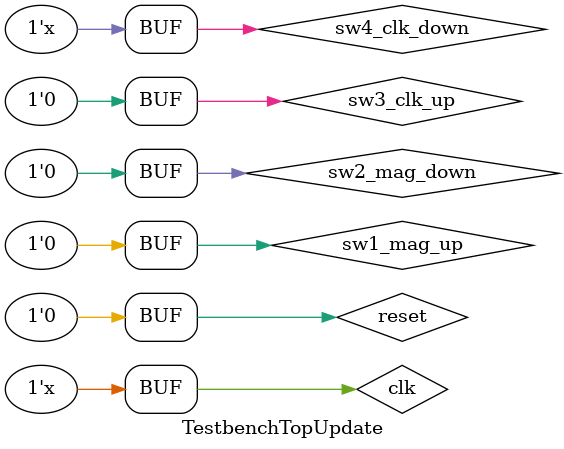
<source format=sv>
`timescale 1ns / 1ps


module TestbenchTopUpdate();

    logic clk;
    logic reset;
    logic sw1_mag_up, sw2_mag_down, sw3_clk_up, sw4_clk_down;
    logic dac_sdi;
    logic dac_cs;
    logic dac_sck;
    logic dac_ld;
    
    ToPart2Update u_ToPart2Update(
    .clk(clk), 
    .reset(reset),
    .sw1_mag_up(sw1_mag_up),
    .sw2_mag_down(sw2_mag_down),
    .sw3_clk_up(sw3_clk_up),
    .sw4_clk_down(sw4_clk_down),
    .dac_sdi(dac_sdi),
	.dac_cs(dac_cs),
	.dac_sck(dac_sck),	
	.dac_ld(dac_ld)
    );
    
    initial begin
        sw1_mag_up = 0;
        sw2_mag_down = 0;
        sw3_clk_up = 0;
        sw4_clk_down = 0;
        clk <= 1'b1;
        reset = 1'b1;
        #20;
        reset = 1'b0;
        #20;
        reset = 1'b1;
        #20;
        reset = 1'b0;
//        #200000;
//        $finish;
    end
    
    always #100000 sw4_clk_down = ~ sw4_clk_down;
    always #5 clk = ~ clk ;

endmodule



</source>
